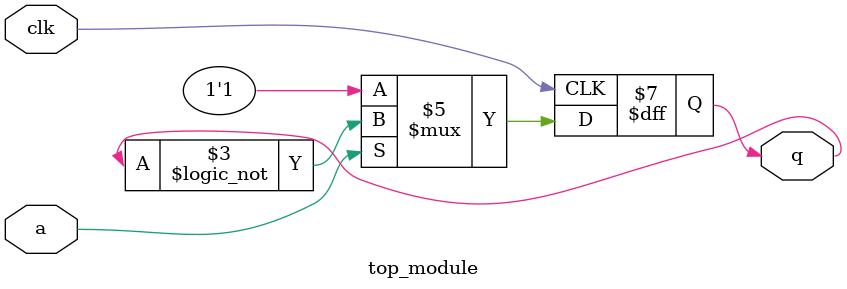
<source format=sv>
module top_module (
	input clk,
	input a, 
	output reg q
);

always @(posedge clk) begin
    if (a == 0) begin
        q <= 1;
    end else begin
        q <= !q;
    end
end

endmodule

</source>
